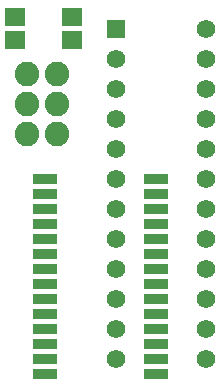
<source format=gbr>
G04 EAGLE Gerber RS-274X export*
G75*
%MOMM*%
%FSLAX34Y34*%
%LPD*%
%INSoldermask Top*%
%IPPOS*%
%AMOC8*
5,1,8,0,0,1.08239X$1,22.5*%
G01*
%ADD10R,1.561200X1.561200*%
%ADD11C,1.561200*%
%ADD12R,2.125200X0.853200*%
%ADD13R,1.703200X1.503200*%
%ADD14C,2.082800*%


D10*
X107950Y304800D03*
D11*
X107950Y279400D03*
X107950Y254000D03*
X107950Y228600D03*
X107950Y203200D03*
X107950Y177800D03*
X107950Y152400D03*
X107950Y127000D03*
X107950Y101600D03*
X107950Y76200D03*
X107950Y50800D03*
X107950Y25400D03*
X184150Y25400D03*
X184150Y50800D03*
X184150Y76200D03*
X184150Y101600D03*
X184150Y127000D03*
X184150Y152400D03*
X184150Y177800D03*
X184150Y203200D03*
X184150Y228600D03*
X184150Y254000D03*
X184150Y279400D03*
X184150Y304800D03*
D12*
X48110Y177800D03*
X48110Y165100D03*
X48110Y152400D03*
X48110Y139700D03*
X48110Y127000D03*
X48110Y114300D03*
X48110Y101600D03*
X48110Y88900D03*
X48110Y76200D03*
X48110Y63500D03*
X48110Y50800D03*
X48110Y38100D03*
X48110Y25400D03*
X48110Y12700D03*
X142390Y12700D03*
X142390Y25400D03*
X142390Y38100D03*
X142390Y50800D03*
X142390Y63500D03*
X142390Y76200D03*
X142390Y88900D03*
X142390Y101600D03*
X142390Y114300D03*
X142390Y127000D03*
X142390Y139700D03*
X142390Y152400D03*
X142390Y165100D03*
X142390Y177800D03*
D13*
X22860Y295300D03*
X22860Y314300D03*
X71120Y295300D03*
X71120Y314300D03*
D14*
X58420Y266700D03*
X33020Y266700D03*
X33020Y241300D03*
X58420Y241300D03*
X58420Y215900D03*
X33020Y215900D03*
M02*

</source>
